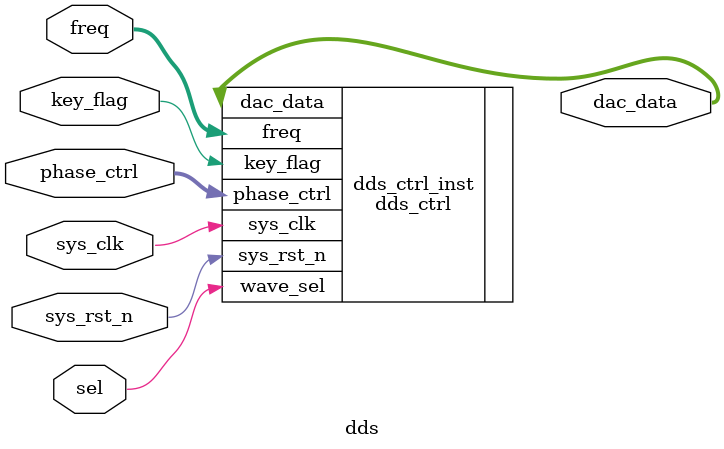
<source format=v>
module  dds
(
    input   wire            sys_clk     ,
    input   wire            sys_rst_n   ,
    input   wire            sel         ,
    input   wire  [6:0]     freq        ,
    input   wire  [4:0]     phase_ctrl  ,
    input   wire            key_flag    ,

    output  wire    [7:0]   dac_data
);



dds_ctrl    dds_ctrl_inst
(
    .sys_clk     (sys_clk),
    .sys_rst_n   (sys_rst_n),
    .wave_sel    (sel),
    .freq        (freq),
    .phase_ctrl  (phase_ctrl),
    .key_flag    (key_flag),

    .dac_data    (dac_data)
);

endmodule

</source>
